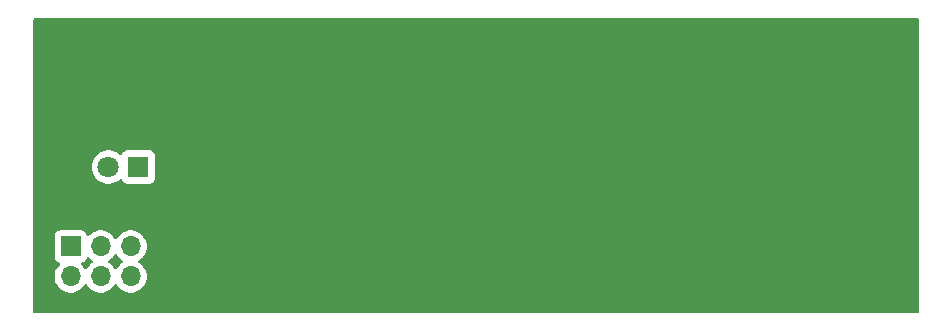
<source format=gbr>
G04 #@! TF.GenerationSoftware,KiCad,Pcbnew,(6.99.0-2452-gdb4f2d9dd8)*
G04 #@! TF.CreationDate,2022-08-01T21:17:00-05:00*
G04 #@! TF.ProjectId,Boeing,426f6569-6e67-42e6-9b69-6361645f7063,rev?*
G04 #@! TF.SameCoordinates,Original*
G04 #@! TF.FileFunction,Copper,L1,Top*
G04 #@! TF.FilePolarity,Positive*
%FSLAX46Y46*%
G04 Gerber Fmt 4.6, Leading zero omitted, Abs format (unit mm)*
G04 Created by KiCad (PCBNEW (6.99.0-2452-gdb4f2d9dd8)) date 2022-08-01 21:17:00*
%MOMM*%
%LPD*%
G01*
G04 APERTURE LIST*
G04 #@! TA.AperFunction,ComponentPad*
%ADD10O,1.700000X1.700000*%
G04 #@! TD*
G04 #@! TA.AperFunction,ComponentPad*
%ADD11R,1.700000X1.700000*%
G04 #@! TD*
G04 #@! TA.AperFunction,ComponentPad*
%ADD12R,1.800000X1.800000*%
G04 #@! TD*
G04 #@! TA.AperFunction,ComponentPad*
%ADD13C,1.800000*%
G04 #@! TD*
G04 APERTURE END LIST*
D10*
X108239999Y-71869999D03*
X108239999Y-69329999D03*
X105699999Y-71869999D03*
X105699999Y-69329999D03*
X103159999Y-71869999D03*
D11*
X103159999Y-69329999D03*
D12*
X108899999Y-62599999D03*
D13*
X106360000Y-62600000D03*
G04 #@! TA.AperFunction,NonConductor*
G36*
X104683439Y-70241388D02*
G01*
X104715755Y-70266638D01*
X104736526Y-70289201D01*
X104776760Y-70332906D01*
X104954424Y-70471189D01*
X104959005Y-70473668D01*
X104987680Y-70489186D01*
X105038071Y-70539199D01*
X105053423Y-70608516D01*
X105028863Y-70675129D01*
X104987681Y-70710813D01*
X104954424Y-70728811D01*
X104950313Y-70732010D01*
X104950311Y-70732012D01*
X104795861Y-70852227D01*
X104776760Y-70867094D01*
X104773228Y-70870931D01*
X104627806Y-71028899D01*
X104627803Y-71028903D01*
X104624278Y-71032732D01*
X104621427Y-71037096D01*
X104535483Y-71168643D01*
X104481479Y-71214732D01*
X104411132Y-71224307D01*
X104346774Y-71194330D01*
X104324517Y-71168643D01*
X104238573Y-71037096D01*
X104235722Y-71032732D01*
X104232197Y-71028903D01*
X104232194Y-71028899D01*
X104092525Y-70877180D01*
X104061104Y-70813515D01*
X104069091Y-70742969D01*
X104113949Y-70687940D01*
X104141191Y-70673787D01*
X104256204Y-70630889D01*
X104268536Y-70621658D01*
X104366050Y-70548659D01*
X104373261Y-70543261D01*
X104460889Y-70426204D01*
X104504998Y-70307944D01*
X104547545Y-70251108D01*
X104614065Y-70226297D01*
X104683439Y-70241388D01*
G37*
G04 #@! TD.AperFunction*
G04 #@! TA.AperFunction,NonConductor*
G36*
X107053226Y-70005670D02*
G01*
X107075483Y-70031357D01*
X107164278Y-70167268D01*
X107167803Y-70171097D01*
X107167806Y-70171101D01*
X107232511Y-70241388D01*
X107316760Y-70332906D01*
X107494424Y-70471189D01*
X107499005Y-70473668D01*
X107527680Y-70489186D01*
X107578071Y-70539199D01*
X107593423Y-70608516D01*
X107568863Y-70675129D01*
X107527681Y-70710813D01*
X107494424Y-70728811D01*
X107490313Y-70732010D01*
X107490311Y-70732012D01*
X107335861Y-70852227D01*
X107316760Y-70867094D01*
X107313228Y-70870931D01*
X107167806Y-71028899D01*
X107167803Y-71028903D01*
X107164278Y-71032732D01*
X107161427Y-71037096D01*
X107075483Y-71168643D01*
X107021479Y-71214732D01*
X106951132Y-71224307D01*
X106886774Y-71194330D01*
X106864517Y-71168643D01*
X106778573Y-71037096D01*
X106775722Y-71032732D01*
X106772197Y-71028903D01*
X106772194Y-71028899D01*
X106626772Y-70870931D01*
X106623240Y-70867094D01*
X106604139Y-70852227D01*
X106449689Y-70732012D01*
X106449687Y-70732010D01*
X106445576Y-70728811D01*
X106412320Y-70710814D01*
X106361929Y-70660801D01*
X106346577Y-70591484D01*
X106371137Y-70524871D01*
X106412320Y-70489186D01*
X106440995Y-70473668D01*
X106445576Y-70471189D01*
X106623240Y-70332906D01*
X106707489Y-70241388D01*
X106772194Y-70171101D01*
X106772197Y-70171097D01*
X106775722Y-70167268D01*
X106864517Y-70031357D01*
X106918521Y-69985268D01*
X106988868Y-69975693D01*
X107053226Y-70005670D01*
G37*
G04 #@! TD.AperFunction*
G04 #@! TA.AperFunction,NonConductor*
G36*
X174941621Y-50020502D02*
G01*
X174988114Y-50074158D01*
X174999500Y-50126500D01*
X174999500Y-74873500D01*
X174979498Y-74941621D01*
X174925842Y-74988114D01*
X174873500Y-74999500D01*
X100126500Y-74999500D01*
X100058379Y-74979498D01*
X100011886Y-74925842D01*
X100000500Y-74873500D01*
X100000500Y-71870000D01*
X101796844Y-71870000D01*
X101815436Y-72094368D01*
X101870704Y-72312616D01*
X101961140Y-72518791D01*
X101963990Y-72523153D01*
X101963992Y-72523157D01*
X101978701Y-72545670D01*
X102084278Y-72707268D01*
X102087803Y-72711097D01*
X102087806Y-72711101D01*
X102189360Y-72821417D01*
X102236760Y-72872906D01*
X102414424Y-73011189D01*
X102612426Y-73118342D01*
X102825365Y-73191444D01*
X102830499Y-73192301D01*
X102830504Y-73192302D01*
X103042294Y-73227643D01*
X103042296Y-73227643D01*
X103047431Y-73228500D01*
X103272569Y-73228500D01*
X103277704Y-73227643D01*
X103277706Y-73227643D01*
X103489496Y-73192302D01*
X103489501Y-73192301D01*
X103494635Y-73191444D01*
X103707574Y-73118342D01*
X103905576Y-73011189D01*
X104083240Y-72872906D01*
X104130640Y-72821417D01*
X104232194Y-72711101D01*
X104232197Y-72711097D01*
X104235722Y-72707268D01*
X104324517Y-72571357D01*
X104378521Y-72525268D01*
X104448868Y-72515693D01*
X104513226Y-72545670D01*
X104535483Y-72571357D01*
X104624278Y-72707268D01*
X104627803Y-72711097D01*
X104627806Y-72711101D01*
X104729360Y-72821417D01*
X104776760Y-72872906D01*
X104954424Y-73011189D01*
X105152426Y-73118342D01*
X105365365Y-73191444D01*
X105370499Y-73192301D01*
X105370504Y-73192302D01*
X105582294Y-73227643D01*
X105582296Y-73227643D01*
X105587431Y-73228500D01*
X105812569Y-73228500D01*
X105817704Y-73227643D01*
X105817706Y-73227643D01*
X106029496Y-73192302D01*
X106029501Y-73192301D01*
X106034635Y-73191444D01*
X106247574Y-73118342D01*
X106445576Y-73011189D01*
X106623240Y-72872906D01*
X106670640Y-72821417D01*
X106772194Y-72711101D01*
X106772197Y-72711097D01*
X106775722Y-72707268D01*
X106864517Y-72571357D01*
X106918521Y-72525268D01*
X106988868Y-72515693D01*
X107053226Y-72545670D01*
X107075483Y-72571357D01*
X107164278Y-72707268D01*
X107167803Y-72711097D01*
X107167806Y-72711101D01*
X107269360Y-72821417D01*
X107316760Y-72872906D01*
X107494424Y-73011189D01*
X107692426Y-73118342D01*
X107905365Y-73191444D01*
X107910499Y-73192301D01*
X107910504Y-73192302D01*
X108122294Y-73227643D01*
X108122296Y-73227643D01*
X108127431Y-73228500D01*
X108352569Y-73228500D01*
X108357704Y-73227643D01*
X108357706Y-73227643D01*
X108569496Y-73192302D01*
X108569501Y-73192301D01*
X108574635Y-73191444D01*
X108787574Y-73118342D01*
X108985576Y-73011189D01*
X109163240Y-72872906D01*
X109210640Y-72821417D01*
X109312194Y-72711101D01*
X109312197Y-72711097D01*
X109315722Y-72707268D01*
X109421299Y-72545670D01*
X109436008Y-72523157D01*
X109436010Y-72523153D01*
X109438860Y-72518791D01*
X109529296Y-72312616D01*
X109584564Y-72094368D01*
X109603156Y-71870000D01*
X109584564Y-71645632D01*
X109529296Y-71427384D01*
X109438860Y-71221209D01*
X109434629Y-71214732D01*
X109318573Y-71037096D01*
X109315722Y-71032732D01*
X109312197Y-71028903D01*
X109312194Y-71028899D01*
X109166772Y-70870931D01*
X109163240Y-70867094D01*
X109144139Y-70852227D01*
X108989689Y-70732012D01*
X108989687Y-70732010D01*
X108985576Y-70728811D01*
X108952320Y-70710814D01*
X108901929Y-70660801D01*
X108886577Y-70591484D01*
X108911137Y-70524871D01*
X108952320Y-70489186D01*
X108980995Y-70473668D01*
X108985576Y-70471189D01*
X109163240Y-70332906D01*
X109247489Y-70241388D01*
X109312194Y-70171101D01*
X109312197Y-70171097D01*
X109315722Y-70167268D01*
X109421299Y-70005670D01*
X109436008Y-69983157D01*
X109436010Y-69983153D01*
X109438860Y-69978791D01*
X109529296Y-69772616D01*
X109584564Y-69554368D01*
X109603156Y-69330000D01*
X109584564Y-69105632D01*
X109529296Y-68887384D01*
X109438860Y-68681209D01*
X109434629Y-68674732D01*
X109318573Y-68497096D01*
X109315722Y-68492732D01*
X109312197Y-68488903D01*
X109312194Y-68488899D01*
X109166772Y-68330931D01*
X109163240Y-68327094D01*
X108985576Y-68188811D01*
X108787574Y-68081658D01*
X108574635Y-68008556D01*
X108569501Y-68007699D01*
X108569496Y-68007698D01*
X108357706Y-67972357D01*
X108357704Y-67972357D01*
X108352569Y-67971500D01*
X108127431Y-67971500D01*
X108122296Y-67972357D01*
X108122294Y-67972357D01*
X107910504Y-68007698D01*
X107910499Y-68007699D01*
X107905365Y-68008556D01*
X107692426Y-68081658D01*
X107494424Y-68188811D01*
X107316760Y-68327094D01*
X107313228Y-68330931D01*
X107167806Y-68488899D01*
X107167803Y-68488903D01*
X107164278Y-68492732D01*
X107161427Y-68497096D01*
X107075483Y-68628643D01*
X107021479Y-68674732D01*
X106951132Y-68684307D01*
X106886774Y-68654330D01*
X106864517Y-68628643D01*
X106778573Y-68497096D01*
X106775722Y-68492732D01*
X106772197Y-68488903D01*
X106772194Y-68488899D01*
X106626772Y-68330931D01*
X106623240Y-68327094D01*
X106445576Y-68188811D01*
X106247574Y-68081658D01*
X106034635Y-68008556D01*
X106029501Y-68007699D01*
X106029496Y-68007698D01*
X105817706Y-67972357D01*
X105817704Y-67972357D01*
X105812569Y-67971500D01*
X105587431Y-67971500D01*
X105582296Y-67972357D01*
X105582294Y-67972357D01*
X105370504Y-68007698D01*
X105370499Y-68007699D01*
X105365365Y-68008556D01*
X105152426Y-68081658D01*
X104954424Y-68188811D01*
X104776760Y-68327094D01*
X104773228Y-68330931D01*
X104715755Y-68393362D01*
X104654901Y-68429933D01*
X104583937Y-68427798D01*
X104525392Y-68387636D01*
X104504998Y-68352056D01*
X104464038Y-68242239D01*
X104464037Y-68242237D01*
X104460889Y-68233796D01*
X104373261Y-68116739D01*
X104256204Y-68029111D01*
X104119201Y-67978011D01*
X104082295Y-67974043D01*
X104061988Y-67971860D01*
X104061985Y-67971860D01*
X104058638Y-67971500D01*
X102261362Y-67971500D01*
X102258015Y-67971860D01*
X102258012Y-67971860D01*
X102237705Y-67974043D01*
X102200799Y-67978011D01*
X102063796Y-68029111D01*
X101946739Y-68116739D01*
X101859111Y-68233796D01*
X101808011Y-68370799D01*
X101801500Y-68431362D01*
X101801500Y-70228638D01*
X101808011Y-70289201D01*
X101859111Y-70426204D01*
X101946739Y-70543261D01*
X101953950Y-70548659D01*
X102051465Y-70621658D01*
X102063796Y-70630889D01*
X102178808Y-70673787D01*
X102235642Y-70716333D01*
X102260453Y-70782853D01*
X102245361Y-70852227D01*
X102227475Y-70877180D01*
X102087806Y-71028899D01*
X102087803Y-71028903D01*
X102084278Y-71032732D01*
X102081427Y-71037096D01*
X101965372Y-71214732D01*
X101961140Y-71221209D01*
X101870704Y-71427384D01*
X101815436Y-71645632D01*
X101796844Y-71870000D01*
X100000500Y-71870000D01*
X100000500Y-62600000D01*
X104946673Y-62600000D01*
X104965949Y-62832626D01*
X105023251Y-63058907D01*
X105117016Y-63272669D01*
X105244686Y-63468083D01*
X105248211Y-63471912D01*
X105248214Y-63471916D01*
X105315741Y-63545269D01*
X105402780Y-63639818D01*
X105406891Y-63643018D01*
X105406898Y-63643024D01*
X105548732Y-63753418D01*
X105586983Y-63783190D01*
X105591564Y-63785669D01*
X105734942Y-63863261D01*
X105792273Y-63894287D01*
X106013049Y-63970080D01*
X106018183Y-63970937D01*
X106018188Y-63970938D01*
X106238151Y-64007643D01*
X106238154Y-64007643D01*
X106243288Y-64008500D01*
X106476712Y-64008500D01*
X106481846Y-64007643D01*
X106481849Y-64007643D01*
X106701812Y-63970938D01*
X106701817Y-63970937D01*
X106706951Y-63970080D01*
X106927727Y-63894287D01*
X106985059Y-63863261D01*
X107128436Y-63785669D01*
X107133017Y-63783190D01*
X107317220Y-63639818D01*
X107320747Y-63635986D01*
X107322248Y-63634605D01*
X107385914Y-63603185D01*
X107456459Y-63611174D01*
X107511487Y-63656034D01*
X107525638Y-63683274D01*
X107545961Y-63737759D01*
X107549111Y-63746204D01*
X107636739Y-63863261D01*
X107753796Y-63950889D01*
X107890799Y-64001989D01*
X107927705Y-64005957D01*
X107948012Y-64008140D01*
X107948015Y-64008140D01*
X107951362Y-64008500D01*
X109848638Y-64008500D01*
X109851985Y-64008140D01*
X109851988Y-64008140D01*
X109872295Y-64005957D01*
X109909201Y-64001989D01*
X110046204Y-63950889D01*
X110163261Y-63863261D01*
X110250889Y-63746204D01*
X110301989Y-63609201D01*
X110308500Y-63548638D01*
X110308500Y-61651362D01*
X110301989Y-61590799D01*
X110250889Y-61453796D01*
X110163261Y-61336739D01*
X110046204Y-61249111D01*
X109909201Y-61198011D01*
X109872295Y-61194043D01*
X109851988Y-61191860D01*
X109851985Y-61191860D01*
X109848638Y-61191500D01*
X107951362Y-61191500D01*
X107948015Y-61191860D01*
X107948012Y-61191860D01*
X107927705Y-61194043D01*
X107890799Y-61198011D01*
X107753796Y-61249111D01*
X107636739Y-61336739D01*
X107549111Y-61453796D01*
X107545963Y-61462237D01*
X107545961Y-61462241D01*
X107525638Y-61516726D01*
X107483091Y-61573561D01*
X107416571Y-61598371D01*
X107347197Y-61583279D01*
X107322248Y-61565395D01*
X107320747Y-61564014D01*
X107317220Y-61560182D01*
X107133017Y-61416810D01*
X106998383Y-61343950D01*
X106932312Y-61308194D01*
X106932309Y-61308193D01*
X106927727Y-61305713D01*
X106706951Y-61229920D01*
X106701817Y-61229063D01*
X106701812Y-61229062D01*
X106481849Y-61192357D01*
X106481846Y-61192357D01*
X106476712Y-61191500D01*
X106243288Y-61191500D01*
X106238154Y-61192357D01*
X106238151Y-61192357D01*
X106018188Y-61229062D01*
X106018183Y-61229063D01*
X106013049Y-61229920D01*
X105792273Y-61305713D01*
X105787691Y-61308193D01*
X105787688Y-61308194D01*
X105721617Y-61343950D01*
X105586983Y-61416810D01*
X105582872Y-61420009D01*
X105582870Y-61420011D01*
X105406898Y-61556976D01*
X105406892Y-61556981D01*
X105402780Y-61560182D01*
X105399248Y-61564019D01*
X105248214Y-61728084D01*
X105248211Y-61728088D01*
X105244686Y-61731917D01*
X105117016Y-61927331D01*
X105023251Y-62141093D01*
X104965949Y-62367374D01*
X104946673Y-62600000D01*
X100000500Y-62600000D01*
X100000500Y-50126500D01*
X100020502Y-50058379D01*
X100074158Y-50011886D01*
X100126500Y-50000500D01*
X174873500Y-50000500D01*
X174941621Y-50020502D01*
G37*
G04 #@! TD.AperFunction*
M02*

</source>
